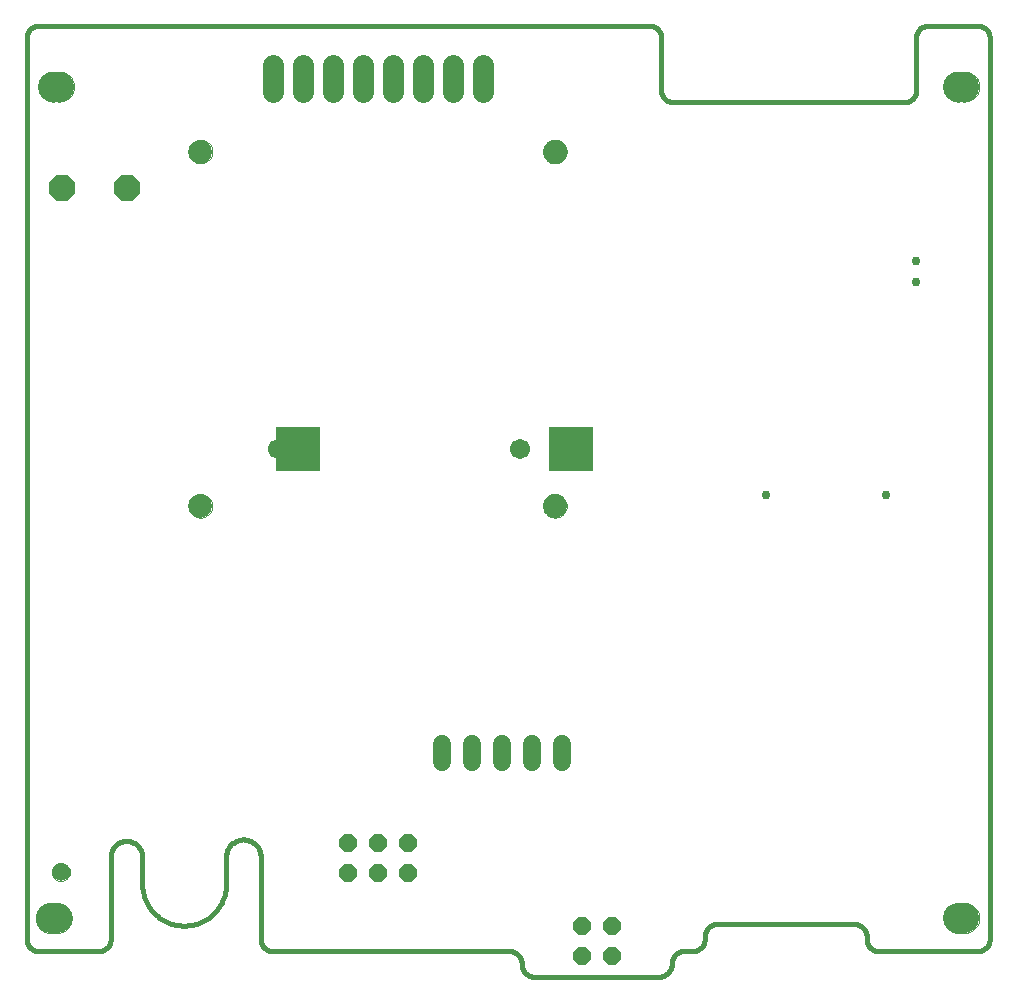
<source format=gbs>
G75*
G70*
%OFA0B0*%
%FSLAX24Y24*%
%IPPOS*%
%LPD*%
%AMOC8*
5,1,8,0,0,1.08239X$1,22.5*
%
%ADD10C,0.0000*%
%ADD11C,0.1000*%
%ADD12C,0.0600*%
%ADD13C,0.0160*%
%ADD14R,0.1500X0.1500*%
%ADD15C,0.0675*%
%ADD16C,0.0600*%
%ADD17C,0.0300*%
%ADD18C,0.0787*%
%ADD19C,0.0700*%
%ADD20OC8,0.0850*%
%ADD21OC8,0.0600*%
D10*
X001696Y002796D02*
X001698Y002840D01*
X001704Y002884D01*
X001714Y002927D01*
X001727Y002969D01*
X001744Y003010D01*
X001765Y003049D01*
X001789Y003086D01*
X001816Y003121D01*
X001846Y003153D01*
X001879Y003183D01*
X001915Y003209D01*
X001952Y003233D01*
X001992Y003252D01*
X002033Y003269D01*
X002076Y003281D01*
X002119Y003290D01*
X002163Y003295D01*
X002207Y003296D01*
X002251Y003293D01*
X002295Y003286D01*
X002338Y003275D01*
X002380Y003261D01*
X002420Y003243D01*
X002459Y003221D01*
X002495Y003197D01*
X002529Y003169D01*
X002561Y003138D01*
X002590Y003104D01*
X002616Y003068D01*
X002638Y003030D01*
X002657Y002990D01*
X002672Y002948D01*
X002684Y002906D01*
X002692Y002862D01*
X002696Y002818D01*
X002696Y002774D01*
X002692Y002730D01*
X002684Y002686D01*
X002672Y002644D01*
X002657Y002602D01*
X002638Y002562D01*
X002616Y002524D01*
X002590Y002488D01*
X002561Y002454D01*
X002529Y002423D01*
X002495Y002395D01*
X002459Y002371D01*
X002420Y002349D01*
X002380Y002331D01*
X002338Y002317D01*
X002295Y002306D01*
X002251Y002299D01*
X002207Y002296D01*
X002163Y002297D01*
X002119Y002302D01*
X002076Y002311D01*
X002033Y002323D01*
X001992Y002340D01*
X001952Y002359D01*
X001915Y002383D01*
X001879Y002409D01*
X001846Y002439D01*
X001816Y002471D01*
X001789Y002506D01*
X001765Y002543D01*
X001744Y002582D01*
X001727Y002623D01*
X001714Y002665D01*
X001704Y002708D01*
X001698Y002752D01*
X001696Y002796D01*
X001896Y002796D02*
X001898Y002840D01*
X001904Y002884D01*
X001914Y002927D01*
X001927Y002969D01*
X001944Y003010D01*
X001965Y003049D01*
X001989Y003086D01*
X002016Y003121D01*
X002046Y003153D01*
X002079Y003183D01*
X002115Y003209D01*
X002152Y003233D01*
X002192Y003252D01*
X002233Y003269D01*
X002276Y003281D01*
X002319Y003290D01*
X002363Y003295D01*
X002407Y003296D01*
X002451Y003293D01*
X002495Y003286D01*
X002538Y003275D01*
X002580Y003261D01*
X002620Y003243D01*
X002659Y003221D01*
X002695Y003197D01*
X002729Y003169D01*
X002761Y003138D01*
X002790Y003104D01*
X002816Y003068D01*
X002838Y003030D01*
X002857Y002990D01*
X002872Y002948D01*
X002884Y002906D01*
X002892Y002862D01*
X002896Y002818D01*
X002896Y002774D01*
X002892Y002730D01*
X002884Y002686D01*
X002872Y002644D01*
X002857Y002602D01*
X002838Y002562D01*
X002816Y002524D01*
X002790Y002488D01*
X002761Y002454D01*
X002729Y002423D01*
X002695Y002395D01*
X002659Y002371D01*
X002620Y002349D01*
X002580Y002331D01*
X002538Y002317D01*
X002495Y002306D01*
X002451Y002299D01*
X002407Y002296D01*
X002363Y002297D01*
X002319Y002302D01*
X002276Y002311D01*
X002233Y002323D01*
X002192Y002340D01*
X002152Y002359D01*
X002115Y002383D01*
X002079Y002409D01*
X002046Y002439D01*
X002016Y002471D01*
X001989Y002506D01*
X001965Y002543D01*
X001944Y002582D01*
X001927Y002623D01*
X001914Y002665D01*
X001904Y002708D01*
X001898Y002752D01*
X001896Y002796D01*
X002232Y004331D02*
X002234Y004365D01*
X002240Y004399D01*
X002249Y004432D01*
X002263Y004463D01*
X002280Y004493D01*
X002300Y004521D01*
X002323Y004546D01*
X002349Y004569D01*
X002377Y004588D01*
X002407Y004604D01*
X002439Y004616D01*
X002472Y004625D01*
X002506Y004630D01*
X002541Y004631D01*
X002575Y004628D01*
X002608Y004621D01*
X002641Y004611D01*
X002672Y004596D01*
X002701Y004579D01*
X002728Y004558D01*
X002753Y004534D01*
X002775Y004507D01*
X002793Y004479D01*
X002808Y004448D01*
X002820Y004416D01*
X002828Y004382D01*
X002832Y004348D01*
X002832Y004314D01*
X002828Y004280D01*
X002820Y004246D01*
X002808Y004214D01*
X002793Y004183D01*
X002775Y004155D01*
X002753Y004128D01*
X002728Y004104D01*
X002701Y004083D01*
X002672Y004066D01*
X002641Y004051D01*
X002608Y004041D01*
X002575Y004034D01*
X002541Y004031D01*
X002506Y004032D01*
X002472Y004037D01*
X002439Y004046D01*
X002407Y004058D01*
X002377Y004074D01*
X002349Y004093D01*
X002323Y004116D01*
X002300Y004141D01*
X002280Y004169D01*
X002263Y004199D01*
X002249Y004230D01*
X002240Y004263D01*
X002234Y004297D01*
X002232Y004331D01*
X006792Y016535D02*
X006794Y016574D01*
X006800Y016613D01*
X006810Y016651D01*
X006823Y016688D01*
X006840Y016723D01*
X006860Y016757D01*
X006884Y016788D01*
X006911Y016817D01*
X006940Y016843D01*
X006972Y016866D01*
X007006Y016886D01*
X007042Y016902D01*
X007079Y016914D01*
X007118Y016923D01*
X007157Y016928D01*
X007196Y016929D01*
X007235Y016926D01*
X007274Y016919D01*
X007311Y016908D01*
X007348Y016894D01*
X007383Y016876D01*
X007416Y016855D01*
X007447Y016830D01*
X007475Y016803D01*
X007500Y016773D01*
X007522Y016740D01*
X007541Y016706D01*
X007556Y016670D01*
X007568Y016632D01*
X007576Y016594D01*
X007580Y016555D01*
X007580Y016515D01*
X007576Y016476D01*
X007568Y016438D01*
X007556Y016400D01*
X007541Y016364D01*
X007522Y016330D01*
X007500Y016297D01*
X007475Y016267D01*
X007447Y016240D01*
X007416Y016215D01*
X007383Y016194D01*
X007348Y016176D01*
X007311Y016162D01*
X007274Y016151D01*
X007235Y016144D01*
X007196Y016141D01*
X007157Y016142D01*
X007118Y016147D01*
X007079Y016156D01*
X007042Y016168D01*
X007006Y016184D01*
X006972Y016204D01*
X006940Y016227D01*
X006911Y016253D01*
X006884Y016282D01*
X006860Y016313D01*
X006840Y016347D01*
X006823Y016382D01*
X006810Y016419D01*
X006800Y016457D01*
X006794Y016496D01*
X006792Y016535D01*
X006792Y028346D02*
X006794Y028385D01*
X006800Y028424D01*
X006810Y028462D01*
X006823Y028499D01*
X006840Y028534D01*
X006860Y028568D01*
X006884Y028599D01*
X006911Y028628D01*
X006940Y028654D01*
X006972Y028677D01*
X007006Y028697D01*
X007042Y028713D01*
X007079Y028725D01*
X007118Y028734D01*
X007157Y028739D01*
X007196Y028740D01*
X007235Y028737D01*
X007274Y028730D01*
X007311Y028719D01*
X007348Y028705D01*
X007383Y028687D01*
X007416Y028666D01*
X007447Y028641D01*
X007475Y028614D01*
X007500Y028584D01*
X007522Y028551D01*
X007541Y028517D01*
X007556Y028481D01*
X007568Y028443D01*
X007576Y028405D01*
X007580Y028366D01*
X007580Y028326D01*
X007576Y028287D01*
X007568Y028249D01*
X007556Y028211D01*
X007541Y028175D01*
X007522Y028141D01*
X007500Y028108D01*
X007475Y028078D01*
X007447Y028051D01*
X007416Y028026D01*
X007383Y028005D01*
X007348Y027987D01*
X007311Y027973D01*
X007274Y027962D01*
X007235Y027955D01*
X007196Y027952D01*
X007157Y027953D01*
X007118Y027958D01*
X007079Y027967D01*
X007042Y027979D01*
X007006Y027995D01*
X006972Y028015D01*
X006940Y028038D01*
X006911Y028064D01*
X006884Y028093D01*
X006860Y028124D01*
X006840Y028158D01*
X006823Y028193D01*
X006810Y028230D01*
X006800Y028268D01*
X006794Y028307D01*
X006792Y028346D01*
X001974Y030512D02*
X001976Y030556D01*
X001982Y030600D01*
X001992Y030643D01*
X002005Y030685D01*
X002022Y030726D01*
X002043Y030765D01*
X002067Y030802D01*
X002094Y030837D01*
X002124Y030869D01*
X002157Y030899D01*
X002193Y030925D01*
X002230Y030949D01*
X002270Y030968D01*
X002311Y030985D01*
X002354Y030997D01*
X002397Y031006D01*
X002441Y031011D01*
X002485Y031012D01*
X002529Y031009D01*
X002573Y031002D01*
X002616Y030991D01*
X002658Y030977D01*
X002698Y030959D01*
X002737Y030937D01*
X002773Y030913D01*
X002807Y030885D01*
X002839Y030854D01*
X002868Y030820D01*
X002894Y030784D01*
X002916Y030746D01*
X002935Y030706D01*
X002950Y030664D01*
X002962Y030622D01*
X002970Y030578D01*
X002974Y030534D01*
X002974Y030490D01*
X002970Y030446D01*
X002962Y030402D01*
X002950Y030360D01*
X002935Y030318D01*
X002916Y030278D01*
X002894Y030240D01*
X002868Y030204D01*
X002839Y030170D01*
X002807Y030139D01*
X002773Y030111D01*
X002737Y030087D01*
X002698Y030065D01*
X002658Y030047D01*
X002616Y030033D01*
X002573Y030022D01*
X002529Y030015D01*
X002485Y030012D01*
X002441Y030013D01*
X002397Y030018D01*
X002354Y030027D01*
X002311Y030039D01*
X002270Y030056D01*
X002230Y030075D01*
X002193Y030099D01*
X002157Y030125D01*
X002124Y030155D01*
X002094Y030187D01*
X002067Y030222D01*
X002043Y030259D01*
X002022Y030298D01*
X002005Y030339D01*
X001992Y030381D01*
X001982Y030424D01*
X001976Y030468D01*
X001974Y030512D01*
X001774Y030512D02*
X001776Y030556D01*
X001782Y030600D01*
X001792Y030643D01*
X001805Y030685D01*
X001822Y030726D01*
X001843Y030765D01*
X001867Y030802D01*
X001894Y030837D01*
X001924Y030869D01*
X001957Y030899D01*
X001993Y030925D01*
X002030Y030949D01*
X002070Y030968D01*
X002111Y030985D01*
X002154Y030997D01*
X002197Y031006D01*
X002241Y031011D01*
X002285Y031012D01*
X002329Y031009D01*
X002373Y031002D01*
X002416Y030991D01*
X002458Y030977D01*
X002498Y030959D01*
X002537Y030937D01*
X002573Y030913D01*
X002607Y030885D01*
X002639Y030854D01*
X002668Y030820D01*
X002694Y030784D01*
X002716Y030746D01*
X002735Y030706D01*
X002750Y030664D01*
X002762Y030622D01*
X002770Y030578D01*
X002774Y030534D01*
X002774Y030490D01*
X002770Y030446D01*
X002762Y030402D01*
X002750Y030360D01*
X002735Y030318D01*
X002716Y030278D01*
X002694Y030240D01*
X002668Y030204D01*
X002639Y030170D01*
X002607Y030139D01*
X002573Y030111D01*
X002537Y030087D01*
X002498Y030065D01*
X002458Y030047D01*
X002416Y030033D01*
X002373Y030022D01*
X002329Y030015D01*
X002285Y030012D01*
X002241Y030013D01*
X002197Y030018D01*
X002154Y030027D01*
X002111Y030039D01*
X002070Y030056D01*
X002030Y030075D01*
X001993Y030099D01*
X001957Y030125D01*
X001924Y030155D01*
X001894Y030187D01*
X001867Y030222D01*
X001843Y030259D01*
X001822Y030298D01*
X001805Y030339D01*
X001792Y030381D01*
X001782Y030424D01*
X001776Y030468D01*
X001774Y030512D01*
X018603Y028346D02*
X018605Y028385D01*
X018611Y028424D01*
X018621Y028462D01*
X018634Y028499D01*
X018651Y028534D01*
X018671Y028568D01*
X018695Y028599D01*
X018722Y028628D01*
X018751Y028654D01*
X018783Y028677D01*
X018817Y028697D01*
X018853Y028713D01*
X018890Y028725D01*
X018929Y028734D01*
X018968Y028739D01*
X019007Y028740D01*
X019046Y028737D01*
X019085Y028730D01*
X019122Y028719D01*
X019159Y028705D01*
X019194Y028687D01*
X019227Y028666D01*
X019258Y028641D01*
X019286Y028614D01*
X019311Y028584D01*
X019333Y028551D01*
X019352Y028517D01*
X019367Y028481D01*
X019379Y028443D01*
X019387Y028405D01*
X019391Y028366D01*
X019391Y028326D01*
X019387Y028287D01*
X019379Y028249D01*
X019367Y028211D01*
X019352Y028175D01*
X019333Y028141D01*
X019311Y028108D01*
X019286Y028078D01*
X019258Y028051D01*
X019227Y028026D01*
X019194Y028005D01*
X019159Y027987D01*
X019122Y027973D01*
X019085Y027962D01*
X019046Y027955D01*
X019007Y027952D01*
X018968Y027953D01*
X018929Y027958D01*
X018890Y027967D01*
X018853Y027979D01*
X018817Y027995D01*
X018783Y028015D01*
X018751Y028038D01*
X018722Y028064D01*
X018695Y028093D01*
X018671Y028124D01*
X018651Y028158D01*
X018634Y028193D01*
X018621Y028230D01*
X018611Y028268D01*
X018605Y028307D01*
X018603Y028346D01*
X018603Y016535D02*
X018605Y016574D01*
X018611Y016613D01*
X018621Y016651D01*
X018634Y016688D01*
X018651Y016723D01*
X018671Y016757D01*
X018695Y016788D01*
X018722Y016817D01*
X018751Y016843D01*
X018783Y016866D01*
X018817Y016886D01*
X018853Y016902D01*
X018890Y016914D01*
X018929Y016923D01*
X018968Y016928D01*
X019007Y016929D01*
X019046Y016926D01*
X019085Y016919D01*
X019122Y016908D01*
X019159Y016894D01*
X019194Y016876D01*
X019227Y016855D01*
X019258Y016830D01*
X019286Y016803D01*
X019311Y016773D01*
X019333Y016740D01*
X019352Y016706D01*
X019367Y016670D01*
X019379Y016632D01*
X019387Y016594D01*
X019391Y016555D01*
X019391Y016515D01*
X019387Y016476D01*
X019379Y016438D01*
X019367Y016400D01*
X019352Y016364D01*
X019333Y016330D01*
X019311Y016297D01*
X019286Y016267D01*
X019258Y016240D01*
X019227Y016215D01*
X019194Y016194D01*
X019159Y016176D01*
X019122Y016162D01*
X019085Y016151D01*
X019046Y016144D01*
X019007Y016141D01*
X018968Y016142D01*
X018929Y016147D01*
X018890Y016156D01*
X018853Y016168D01*
X018817Y016184D01*
X018783Y016204D01*
X018751Y016227D01*
X018722Y016253D01*
X018695Y016282D01*
X018671Y016313D01*
X018651Y016347D01*
X018634Y016382D01*
X018621Y016419D01*
X018611Y016457D01*
X018605Y016496D01*
X018603Y016535D01*
X031953Y002796D02*
X031955Y002840D01*
X031961Y002884D01*
X031971Y002927D01*
X031984Y002969D01*
X032001Y003010D01*
X032022Y003049D01*
X032046Y003086D01*
X032073Y003121D01*
X032103Y003153D01*
X032136Y003183D01*
X032172Y003209D01*
X032209Y003233D01*
X032249Y003252D01*
X032290Y003269D01*
X032333Y003281D01*
X032376Y003290D01*
X032420Y003295D01*
X032464Y003296D01*
X032508Y003293D01*
X032552Y003286D01*
X032595Y003275D01*
X032637Y003261D01*
X032677Y003243D01*
X032716Y003221D01*
X032752Y003197D01*
X032786Y003169D01*
X032818Y003138D01*
X032847Y003104D01*
X032873Y003068D01*
X032895Y003030D01*
X032914Y002990D01*
X032929Y002948D01*
X032941Y002906D01*
X032949Y002862D01*
X032953Y002818D01*
X032953Y002774D01*
X032949Y002730D01*
X032941Y002686D01*
X032929Y002644D01*
X032914Y002602D01*
X032895Y002562D01*
X032873Y002524D01*
X032847Y002488D01*
X032818Y002454D01*
X032786Y002423D01*
X032752Y002395D01*
X032716Y002371D01*
X032677Y002349D01*
X032637Y002331D01*
X032595Y002317D01*
X032552Y002306D01*
X032508Y002299D01*
X032464Y002296D01*
X032420Y002297D01*
X032376Y002302D01*
X032333Y002311D01*
X032290Y002323D01*
X032249Y002340D01*
X032209Y002359D01*
X032172Y002383D01*
X032136Y002409D01*
X032103Y002439D01*
X032073Y002471D01*
X032046Y002506D01*
X032022Y002543D01*
X032001Y002582D01*
X031984Y002623D01*
X031971Y002665D01*
X031961Y002708D01*
X031955Y002752D01*
X031953Y002796D01*
X032153Y002796D02*
X032155Y002840D01*
X032161Y002884D01*
X032171Y002927D01*
X032184Y002969D01*
X032201Y003010D01*
X032222Y003049D01*
X032246Y003086D01*
X032273Y003121D01*
X032303Y003153D01*
X032336Y003183D01*
X032372Y003209D01*
X032409Y003233D01*
X032449Y003252D01*
X032490Y003269D01*
X032533Y003281D01*
X032576Y003290D01*
X032620Y003295D01*
X032664Y003296D01*
X032708Y003293D01*
X032752Y003286D01*
X032795Y003275D01*
X032837Y003261D01*
X032877Y003243D01*
X032916Y003221D01*
X032952Y003197D01*
X032986Y003169D01*
X033018Y003138D01*
X033047Y003104D01*
X033073Y003068D01*
X033095Y003030D01*
X033114Y002990D01*
X033129Y002948D01*
X033141Y002906D01*
X033149Y002862D01*
X033153Y002818D01*
X033153Y002774D01*
X033149Y002730D01*
X033141Y002686D01*
X033129Y002644D01*
X033114Y002602D01*
X033095Y002562D01*
X033073Y002524D01*
X033047Y002488D01*
X033018Y002454D01*
X032986Y002423D01*
X032952Y002395D01*
X032916Y002371D01*
X032877Y002349D01*
X032837Y002331D01*
X032795Y002317D01*
X032752Y002306D01*
X032708Y002299D01*
X032664Y002296D01*
X032620Y002297D01*
X032576Y002302D01*
X032533Y002311D01*
X032490Y002323D01*
X032449Y002340D01*
X032409Y002359D01*
X032372Y002383D01*
X032336Y002409D01*
X032303Y002439D01*
X032273Y002471D01*
X032246Y002506D01*
X032222Y002543D01*
X032201Y002582D01*
X032184Y002623D01*
X032171Y002665D01*
X032161Y002708D01*
X032155Y002752D01*
X032153Y002796D01*
X031953Y030512D02*
X031955Y030556D01*
X031961Y030600D01*
X031971Y030643D01*
X031984Y030685D01*
X032001Y030726D01*
X032022Y030765D01*
X032046Y030802D01*
X032073Y030837D01*
X032103Y030869D01*
X032136Y030899D01*
X032172Y030925D01*
X032209Y030949D01*
X032249Y030968D01*
X032290Y030985D01*
X032333Y030997D01*
X032376Y031006D01*
X032420Y031011D01*
X032464Y031012D01*
X032508Y031009D01*
X032552Y031002D01*
X032595Y030991D01*
X032637Y030977D01*
X032677Y030959D01*
X032716Y030937D01*
X032752Y030913D01*
X032786Y030885D01*
X032818Y030854D01*
X032847Y030820D01*
X032873Y030784D01*
X032895Y030746D01*
X032914Y030706D01*
X032929Y030664D01*
X032941Y030622D01*
X032949Y030578D01*
X032953Y030534D01*
X032953Y030490D01*
X032949Y030446D01*
X032941Y030402D01*
X032929Y030360D01*
X032914Y030318D01*
X032895Y030278D01*
X032873Y030240D01*
X032847Y030204D01*
X032818Y030170D01*
X032786Y030139D01*
X032752Y030111D01*
X032716Y030087D01*
X032677Y030065D01*
X032637Y030047D01*
X032595Y030033D01*
X032552Y030022D01*
X032508Y030015D01*
X032464Y030012D01*
X032420Y030013D01*
X032376Y030018D01*
X032333Y030027D01*
X032290Y030039D01*
X032249Y030056D01*
X032209Y030075D01*
X032172Y030099D01*
X032136Y030125D01*
X032103Y030155D01*
X032073Y030187D01*
X032046Y030222D01*
X032022Y030259D01*
X032001Y030298D01*
X031984Y030339D01*
X031971Y030381D01*
X031961Y030424D01*
X031955Y030468D01*
X031953Y030512D01*
X032153Y030512D02*
X032155Y030556D01*
X032161Y030600D01*
X032171Y030643D01*
X032184Y030685D01*
X032201Y030726D01*
X032222Y030765D01*
X032246Y030802D01*
X032273Y030837D01*
X032303Y030869D01*
X032336Y030899D01*
X032372Y030925D01*
X032409Y030949D01*
X032449Y030968D01*
X032490Y030985D01*
X032533Y030997D01*
X032576Y031006D01*
X032620Y031011D01*
X032664Y031012D01*
X032708Y031009D01*
X032752Y031002D01*
X032795Y030991D01*
X032837Y030977D01*
X032877Y030959D01*
X032916Y030937D01*
X032952Y030913D01*
X032986Y030885D01*
X033018Y030854D01*
X033047Y030820D01*
X033073Y030784D01*
X033095Y030746D01*
X033114Y030706D01*
X033129Y030664D01*
X033141Y030622D01*
X033149Y030578D01*
X033153Y030534D01*
X033153Y030490D01*
X033149Y030446D01*
X033141Y030402D01*
X033129Y030360D01*
X033114Y030318D01*
X033095Y030278D01*
X033073Y030240D01*
X033047Y030204D01*
X033018Y030170D01*
X032986Y030139D01*
X032952Y030111D01*
X032916Y030087D01*
X032877Y030065D01*
X032837Y030047D01*
X032795Y030033D01*
X032752Y030022D01*
X032708Y030015D01*
X032664Y030012D01*
X032620Y030013D01*
X032576Y030018D01*
X032533Y030027D01*
X032490Y030039D01*
X032449Y030056D01*
X032409Y030075D01*
X032372Y030099D01*
X032336Y030125D01*
X032303Y030155D01*
X032273Y030187D01*
X032246Y030222D01*
X032222Y030259D01*
X032201Y030298D01*
X032184Y030339D01*
X032171Y030381D01*
X032161Y030424D01*
X032155Y030468D01*
X032153Y030512D01*
D11*
X032453Y030512D03*
X032653Y030512D03*
X032653Y002796D03*
X032453Y002796D03*
X002474Y030512D03*
X002274Y030512D03*
X002196Y002796D03*
X002396Y002796D03*
D12*
X002532Y004331D03*
D13*
X001790Y001690D02*
X003790Y001690D01*
X003829Y001692D01*
X003868Y001698D01*
X003906Y001707D01*
X003943Y001720D01*
X003979Y001737D01*
X004012Y001757D01*
X004044Y001781D01*
X004073Y001807D01*
X004099Y001836D01*
X004123Y001868D01*
X004143Y001901D01*
X004160Y001937D01*
X004173Y001974D01*
X004182Y002012D01*
X004188Y002051D01*
X004190Y002090D01*
X004190Y004840D01*
X004192Y004885D01*
X004198Y004929D01*
X004207Y004972D01*
X004220Y005015D01*
X004237Y005056D01*
X004257Y005096D01*
X004280Y005134D01*
X004307Y005170D01*
X004336Y005203D01*
X004368Y005234D01*
X004403Y005262D01*
X004440Y005287D01*
X004479Y005309D01*
X004519Y005327D01*
X004561Y005342D01*
X004604Y005353D01*
X004648Y005361D01*
X004693Y005365D01*
X004737Y005365D01*
X004782Y005361D01*
X004826Y005353D01*
X004869Y005342D01*
X004911Y005327D01*
X004951Y005309D01*
X004990Y005287D01*
X005027Y005262D01*
X005062Y005234D01*
X005094Y005203D01*
X005123Y005170D01*
X005150Y005134D01*
X005173Y005096D01*
X005193Y005056D01*
X005210Y005015D01*
X005223Y004972D01*
X005232Y004929D01*
X005238Y004885D01*
X005240Y004840D01*
X005240Y003940D01*
X005242Y003867D01*
X005248Y003794D01*
X005257Y003721D01*
X005271Y003649D01*
X005288Y003578D01*
X005309Y003507D01*
X005333Y003438D01*
X005361Y003371D01*
X005393Y003304D01*
X005428Y003240D01*
X005466Y003178D01*
X005507Y003117D01*
X005552Y003059D01*
X005600Y003003D01*
X005650Y002950D01*
X005703Y002900D01*
X005759Y002852D01*
X005817Y002807D01*
X005878Y002766D01*
X005940Y002728D01*
X006004Y002693D01*
X006071Y002661D01*
X006138Y002633D01*
X006207Y002609D01*
X006278Y002588D01*
X006349Y002571D01*
X006421Y002557D01*
X006494Y002548D01*
X006567Y002542D01*
X006640Y002540D01*
X006713Y002542D01*
X006786Y002548D01*
X006859Y002557D01*
X006931Y002571D01*
X007002Y002588D01*
X007073Y002609D01*
X007142Y002633D01*
X007209Y002661D01*
X007276Y002693D01*
X007340Y002728D01*
X007402Y002766D01*
X007463Y002807D01*
X007521Y002852D01*
X007577Y002900D01*
X007630Y002950D01*
X007680Y003003D01*
X007728Y003059D01*
X007773Y003117D01*
X007814Y003178D01*
X007852Y003240D01*
X007887Y003304D01*
X007919Y003371D01*
X007947Y003438D01*
X007971Y003507D01*
X007992Y003578D01*
X008009Y003649D01*
X008023Y003721D01*
X008032Y003794D01*
X008038Y003867D01*
X008040Y003940D01*
X008040Y004840D01*
X008042Y004886D01*
X008047Y004932D01*
X008057Y004978D01*
X008070Y005022D01*
X008086Y005065D01*
X008106Y005107D01*
X008129Y005147D01*
X008155Y005185D01*
X008185Y005221D01*
X008217Y005255D01*
X008251Y005285D01*
X008288Y005313D01*
X008327Y005338D01*
X008369Y005359D01*
X008411Y005378D01*
X008455Y005392D01*
X008500Y005403D01*
X008546Y005411D01*
X008592Y005415D01*
X008638Y005415D01*
X008684Y005411D01*
X008730Y005403D01*
X008775Y005392D01*
X008819Y005378D01*
X008861Y005359D01*
X008903Y005338D01*
X008942Y005313D01*
X008979Y005285D01*
X009013Y005255D01*
X009045Y005221D01*
X009075Y005185D01*
X009101Y005147D01*
X009124Y005107D01*
X009144Y005065D01*
X009160Y005022D01*
X009173Y004978D01*
X009183Y004932D01*
X009188Y004886D01*
X009190Y004840D01*
X009190Y002090D01*
X009192Y002051D01*
X009198Y002012D01*
X009207Y001974D01*
X009220Y001937D01*
X009237Y001901D01*
X009257Y001868D01*
X009281Y001836D01*
X009307Y001807D01*
X009336Y001781D01*
X009368Y001757D01*
X009401Y001737D01*
X009437Y001720D01*
X009474Y001707D01*
X009512Y001698D01*
X009551Y001692D01*
X009590Y001690D01*
X017490Y001690D01*
X017529Y001688D01*
X017568Y001682D01*
X017606Y001673D01*
X017643Y001660D01*
X017679Y001643D01*
X017712Y001623D01*
X017744Y001599D01*
X017773Y001573D01*
X017799Y001544D01*
X017823Y001512D01*
X017843Y001479D01*
X017860Y001443D01*
X017873Y001406D01*
X017882Y001368D01*
X017888Y001329D01*
X017890Y001290D01*
X017889Y001251D01*
X017892Y001211D01*
X017899Y001173D01*
X017909Y001135D01*
X017923Y001098D01*
X017940Y001062D01*
X017961Y001029D01*
X017984Y000997D01*
X018010Y000968D01*
X018039Y000941D01*
X018070Y000917D01*
X018103Y000895D01*
X018138Y000877D01*
X018175Y000863D01*
X018212Y000852D01*
X018251Y000844D01*
X018290Y000840D01*
X022490Y000840D01*
X022529Y000844D01*
X022568Y000852D01*
X022605Y000863D01*
X022642Y000877D01*
X022677Y000895D01*
X022710Y000917D01*
X022741Y000941D01*
X022770Y000968D01*
X022796Y000997D01*
X022819Y001029D01*
X022840Y001062D01*
X022857Y001098D01*
X022871Y001135D01*
X022881Y001173D01*
X022888Y001211D01*
X022891Y001251D01*
X022890Y001290D01*
X022892Y001329D01*
X022898Y001368D01*
X022907Y001406D01*
X022920Y001443D01*
X022937Y001479D01*
X022957Y001512D01*
X022981Y001544D01*
X023007Y001573D01*
X023036Y001599D01*
X023068Y001623D01*
X023101Y001643D01*
X023137Y001660D01*
X023174Y001673D01*
X023212Y001682D01*
X023251Y001688D01*
X023290Y001690D01*
X023590Y001690D01*
X023629Y001692D01*
X023668Y001698D01*
X023706Y001707D01*
X023743Y001720D01*
X023779Y001737D01*
X023812Y001757D01*
X023844Y001781D01*
X023873Y001807D01*
X023899Y001836D01*
X023923Y001868D01*
X023943Y001901D01*
X023960Y001937D01*
X023973Y001974D01*
X023982Y002012D01*
X023988Y002051D01*
X023990Y002090D01*
X023990Y002190D01*
X023992Y002229D01*
X023998Y002268D01*
X024007Y002306D01*
X024020Y002343D01*
X024037Y002379D01*
X024057Y002412D01*
X024081Y002444D01*
X024107Y002473D01*
X024136Y002499D01*
X024168Y002523D01*
X024201Y002543D01*
X024237Y002560D01*
X024274Y002573D01*
X024312Y002582D01*
X024351Y002588D01*
X024390Y002590D01*
X028990Y002590D01*
X029029Y002588D01*
X029068Y002582D01*
X029106Y002573D01*
X029143Y002560D01*
X029179Y002543D01*
X029212Y002523D01*
X029244Y002499D01*
X029273Y002473D01*
X029299Y002444D01*
X029323Y002412D01*
X029343Y002379D01*
X029360Y002343D01*
X029373Y002306D01*
X029382Y002268D01*
X029388Y002229D01*
X029390Y002190D01*
X029390Y002090D01*
X029392Y002051D01*
X029398Y002012D01*
X029407Y001974D01*
X029420Y001937D01*
X029437Y001901D01*
X029457Y001868D01*
X029481Y001836D01*
X029507Y001807D01*
X029536Y001781D01*
X029568Y001757D01*
X029601Y001737D01*
X029637Y001720D01*
X029674Y001707D01*
X029712Y001698D01*
X029751Y001692D01*
X029790Y001690D01*
X033090Y001690D01*
X033129Y001692D01*
X033168Y001698D01*
X033206Y001707D01*
X033243Y001720D01*
X033279Y001737D01*
X033312Y001757D01*
X033344Y001781D01*
X033373Y001807D01*
X033399Y001836D01*
X033423Y001868D01*
X033443Y001901D01*
X033460Y001937D01*
X033473Y001974D01*
X033482Y002012D01*
X033488Y002051D01*
X033490Y002090D01*
X033490Y032140D01*
X033488Y032179D01*
X033482Y032218D01*
X033473Y032256D01*
X033460Y032293D01*
X033443Y032329D01*
X033423Y032362D01*
X033399Y032394D01*
X033373Y032423D01*
X033344Y032449D01*
X033312Y032473D01*
X033279Y032493D01*
X033243Y032510D01*
X033206Y032523D01*
X033168Y032532D01*
X033129Y032538D01*
X033090Y032540D01*
X031440Y032540D01*
X031401Y032538D01*
X031362Y032532D01*
X031324Y032523D01*
X031287Y032510D01*
X031251Y032493D01*
X031218Y032473D01*
X031186Y032449D01*
X031157Y032423D01*
X031131Y032394D01*
X031107Y032362D01*
X031087Y032329D01*
X031070Y032293D01*
X031057Y032256D01*
X031048Y032218D01*
X031042Y032179D01*
X031040Y032140D01*
X031040Y030390D01*
X031038Y030351D01*
X031032Y030312D01*
X031023Y030274D01*
X031010Y030237D01*
X030993Y030201D01*
X030973Y030168D01*
X030949Y030136D01*
X030923Y030107D01*
X030894Y030081D01*
X030862Y030057D01*
X030829Y030037D01*
X030793Y030020D01*
X030756Y030007D01*
X030718Y029998D01*
X030679Y029992D01*
X030640Y029990D01*
X022940Y029990D01*
X022901Y029992D01*
X022862Y029998D01*
X022824Y030007D01*
X022787Y030020D01*
X022751Y030037D01*
X022718Y030057D01*
X022686Y030081D01*
X022657Y030107D01*
X022631Y030136D01*
X022607Y030168D01*
X022587Y030201D01*
X022570Y030237D01*
X022557Y030274D01*
X022548Y030312D01*
X022542Y030351D01*
X022540Y030390D01*
X022540Y032140D01*
X022538Y032179D01*
X022532Y032218D01*
X022523Y032256D01*
X022510Y032293D01*
X022493Y032329D01*
X022473Y032362D01*
X022449Y032394D01*
X022423Y032423D01*
X022394Y032449D01*
X022362Y032473D01*
X022329Y032493D01*
X022293Y032510D01*
X022256Y032523D01*
X022218Y032532D01*
X022179Y032538D01*
X022140Y032540D01*
X001790Y032540D01*
X001751Y032538D01*
X001712Y032532D01*
X001674Y032523D01*
X001637Y032510D01*
X001601Y032493D01*
X001568Y032473D01*
X001536Y032449D01*
X001507Y032423D01*
X001481Y032394D01*
X001457Y032362D01*
X001437Y032329D01*
X001420Y032293D01*
X001407Y032256D01*
X001398Y032218D01*
X001392Y032179D01*
X001390Y032140D01*
X001390Y002090D01*
X001392Y002051D01*
X001398Y002012D01*
X001407Y001974D01*
X001420Y001937D01*
X001437Y001901D01*
X001457Y001868D01*
X001481Y001836D01*
X001507Y001807D01*
X001536Y001781D01*
X001568Y001757D01*
X001601Y001737D01*
X001637Y001720D01*
X001674Y001707D01*
X001712Y001698D01*
X001751Y001692D01*
X001790Y001690D01*
D14*
X010446Y018440D03*
X019525Y018440D03*
D15*
X017840Y018440D03*
X009769Y018440D03*
D16*
X015240Y008590D02*
X015240Y007990D01*
X016240Y007990D02*
X016240Y008590D01*
X017240Y008590D02*
X017240Y007990D01*
X018240Y007990D02*
X018240Y008590D01*
X019240Y008590D02*
X019240Y007990D01*
D17*
X026040Y016890D03*
X030040Y016890D03*
X031040Y023990D03*
X031040Y024690D03*
D18*
X018997Y028346D03*
X007186Y028346D03*
X007186Y016535D03*
X018997Y016535D03*
D19*
X016592Y030337D02*
X016592Y031037D01*
X016592Y031237D02*
X016592Y030537D01*
X015592Y030537D02*
X015592Y031237D01*
X015592Y031037D02*
X015592Y030337D01*
X014592Y030337D02*
X014592Y031037D01*
X014592Y031237D02*
X014592Y030537D01*
X013592Y030537D02*
X013592Y031237D01*
X013592Y031037D02*
X013592Y030337D01*
X012592Y030337D02*
X012592Y031037D01*
X012592Y031237D02*
X012592Y030537D01*
X011592Y030537D02*
X011592Y031237D01*
X011592Y031037D02*
X011592Y030337D01*
X010592Y030337D02*
X010592Y031037D01*
X010592Y031237D02*
X010592Y030537D01*
X009592Y030537D02*
X009592Y031237D01*
X009592Y031037D02*
X009592Y030337D01*
D20*
X004720Y027140D03*
X002560Y027140D03*
D21*
X012090Y005290D03*
X012090Y004290D03*
X013090Y004290D03*
X013090Y005290D03*
X014090Y005290D03*
X014090Y004290D03*
X019890Y002540D03*
X019890Y001540D03*
X020890Y001540D03*
X020890Y002540D03*
M02*

</source>
